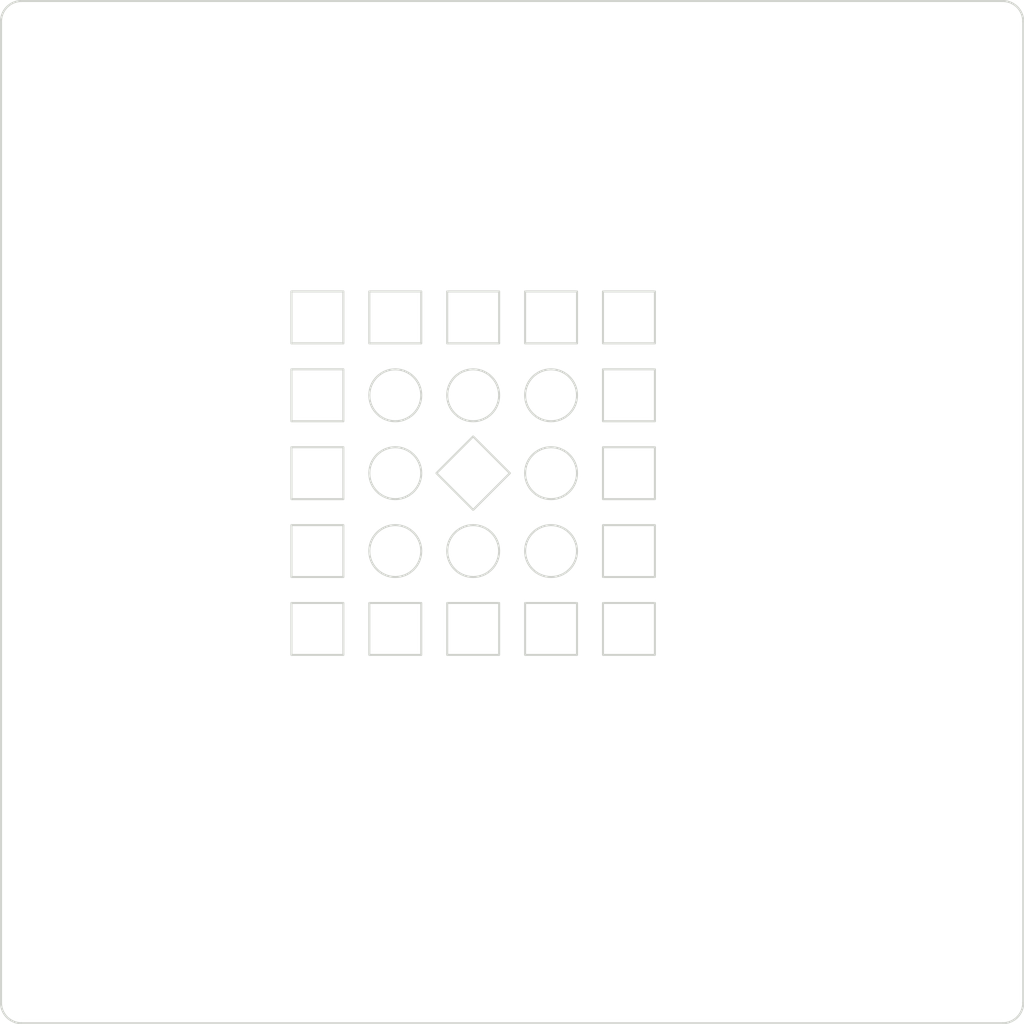
<source format=kicad_pcb>
(kicad_pcb (version 20221018) (generator pcbnew)

  (general
    (thickness 1.6)
  )

  (paper "A4")
  (layers
    (0 "F.Cu" signal)
    (31 "B.Cu" signal)
    (32 "B.Adhes" user "B.Adhesive")
    (33 "F.Adhes" user "F.Adhesive")
    (34 "B.Paste" user)
    (35 "F.Paste" user)
    (36 "B.SilkS" user "B.Silkscreen")
    (37 "F.SilkS" user "F.Silkscreen")
    (38 "B.Mask" user)
    (39 "F.Mask" user)
    (40 "Dwgs.User" user "User.Drawings")
    (41 "Cmts.User" user "User.Comments")
    (42 "Eco1.User" user "User.Eco1")
    (43 "Eco2.User" user "User.Eco2")
    (44 "Edge.Cuts" user)
    (45 "Margin" user)
    (46 "B.CrtYd" user "B.Courtyard")
    (47 "F.CrtYd" user "F.Courtyard")
    (48 "B.Fab" user)
    (49 "F.Fab" user)
    (50 "User.1" user)
    (51 "User.2" user)
    (52 "User.3" user)
    (53 "User.4" user)
    (54 "User.5" user)
    (55 "User.6" user)
    (56 "User.7" user)
    (57 "User.8" user)
    (58 "User.9" user)
  )

  (setup
    (pad_to_mask_clearance 0)
    (pcbplotparams
      (layerselection 0x00010fc_ffffffff)
      (plot_on_all_layers_selection 0x0000000_00000000)
      (disableapertmacros false)
      (usegerberextensions false)
      (usegerberattributes true)
      (usegerberadvancedattributes true)
      (creategerberjobfile true)
      (dashed_line_dash_ratio 12.000000)
      (dashed_line_gap_ratio 3.000000)
      (svgprecision 4)
      (plotframeref false)
      (viasonmask false)
      (mode 1)
      (useauxorigin false)
      (hpglpennumber 1)
      (hpglpenspeed 20)
      (hpglpendiameter 15.000000)
      (dxfpolygonmode true)
      (dxfimperialunits true)
      (dxfusepcbnewfont true)
      (psnegative false)
      (psa4output false)
      (plotreference true)
      (plotvalue true)
      (plotinvisibletext false)
      (sketchpadsonfab false)
      (subtractmaskfromsilk false)
      (outputformat 1)
      (mirror false)
      (drillshape 1)
      (scaleselection 1)
      (outputdirectory "")
    )
  )

  (net 0 "")

  (gr_rect (start 137.70500000001167 94.20500000001165) (end 140.2450000000089 96.74500000000891)    (stroke (width 0.1) (type default)) (fill none) (layer "Edge.Cuts") (tstamp 87dbf45e-8178-4dd4-b1c0-bc349d2bfdf6))
  (gr_rect (start 137.70500000001167 98.01500000000753) (end 140.2450000000089 100.5550000000048)    (stroke (width 0.1) (type default)) (fill none) (layer "Edge.Cuts") (tstamp 87dbf45e-8178-4dd4-b1c0-bc349d2bfdf6))
  (gr_rect (start 137.70500000001167 101.82500000000343) (end 140.2450000000089 104.36500000000069)    (stroke (width 0.1) (type default)) (fill none) (layer "Edge.Cuts") (tstamp 87dbf45e-8178-4dd4-b1c0-bc349d2bfdf6))
  (gr_rect (start 137.70500000001167 105.63499999999931) (end 140.2450000000089 108.17499999999657)    (stroke (width 0.1) (type default)) (fill none) (layer "Edge.Cuts") (tstamp 87dbf45e-8178-4dd4-b1c0-bc349d2bfdf6))
  (gr_rect (start 137.70500000001167 109.44499999999519) (end 140.2450000000089 111.98499999999245)    (stroke (width 0.1) (type default)) (fill none) (layer "Edge.Cuts") (tstamp 87dbf45e-8178-4dd4-b1c0-bc349d2bfdf6))
  (gr_rect (start 141.51500000000755 94.20500000001165) (end 144.05500000000478 96.74500000000891)    (stroke (width 0.1) (type default)) (fill none) (layer "Edge.Cuts") (tstamp 87dbf45e-8178-4dd4-b1c0-bc349d2bfdf6))
  (gr_circle (center 142.78500000000616 99.28500000000616) (end 141.51500000000755 99.28500000000616)    (stroke (width 0.1) (type default)) (fill none) (layer "Edge.Cuts") (tstamp 87dbf45e-8178-4dd4-b1c0-bc349d2bfdf6))
  (gr_circle (center 142.78500000000616 103.09500000000206) (end 141.51500000000755 103.09500000000206)    (stroke (width 0.1) (type default)) (fill none) (layer "Edge.Cuts") (tstamp 87dbf45e-8178-4dd4-b1c0-bc349d2bfdf6))
  (gr_circle (center 142.78500000000616 106.90499999999794) (end 141.51500000000755 106.90499999999794)    (stroke (width 0.1) (type default)) (fill none) (layer "Edge.Cuts") (tstamp 87dbf45e-8178-4dd4-b1c0-bc349d2bfdf6))
  (gr_rect (start 141.51500000000755 109.44499999999519) (end 144.05500000000478 111.98499999999245)    (stroke (width 0.1) (type default)) (fill none) (layer "Edge.Cuts") (tstamp 87dbf45e-8178-4dd4-b1c0-bc349d2bfdf6))
  (gr_rect (start 145.32500000000343 94.20500000001165) (end 147.86500000000066 96.74500000000891)    (stroke (width 0.1) (type default)) (fill none) (layer "Edge.Cuts") (tstamp 87dbf45e-8178-4dd4-b1c0-bc349d2bfdf6))
  (gr_circle (center 146.59500000000205 99.28500000000616) (end 145.32500000000343 99.28500000000616)    (stroke (width 0.1) (type default)) (fill none) (layer "Edge.Cuts") (tstamp 87dbf45e-8178-4dd4-b1c0-bc349d2bfdf6))
  (gr_poly
    (pts
      (xy 144.79894877579017 103.09500000000206)
      (xy 146.59500000000205 101.29894877579017)
      (xy 148.39105122421392 103.09500000000206)
      (xy 146.59500000000205 104.89105122421395)
    )    (stroke (width 0.1) (type default)) (fill none) (layer "Edge.Cuts") (tstamp 87dbf45e-8178-4dd4-b1c0-bc349d2bfdf6))
  (gr_circle (center 146.59500000000205 106.90499999999794) (end 145.32500000000343 106.90499999999794)    (stroke (width 0.1) (type default)) (fill none) (layer "Edge.Cuts") (tstamp 87dbf45e-8178-4dd4-b1c0-bc349d2bfdf6))
  (gr_rect (start 145.32500000000343 109.44499999999519) (end 147.86500000000066 111.98499999999245)    (stroke (width 0.1) (type default)) (fill none) (layer "Edge.Cuts") (tstamp 87dbf45e-8178-4dd4-b1c0-bc349d2bfdf6))
  (gr_rect (start 149.1349999999993 94.20500000001165) (end 151.67499999999654 96.74500000000891)    (stroke (width 0.1) (type default)) (fill none) (layer "Edge.Cuts") (tstamp 87dbf45e-8178-4dd4-b1c0-bc349d2bfdf6))
  (gr_circle (center 150.40499999999793 99.28500000000616) (end 149.1349999999993 99.28500000000616)    (stroke (width 0.1) (type default)) (fill none) (layer "Edge.Cuts") (tstamp 87dbf45e-8178-4dd4-b1c0-bc349d2bfdf6))
  (gr_circle (center 150.40499999999793 103.09500000000206) (end 149.1349999999993 103.09500000000206)    (stroke (width 0.1) (type default)) (fill none) (layer "Edge.Cuts") (tstamp 87dbf45e-8178-4dd4-b1c0-bc349d2bfdf6))
  (gr_circle (center 150.40499999999793 106.90499999999794) (end 149.1349999999993 106.90499999999794)    (stroke (width 0.1) (type default)) (fill none) (layer "Edge.Cuts") (tstamp 87dbf45e-8178-4dd4-b1c0-bc349d2bfdf6))
  (gr_rect (start 149.1349999999993 109.44499999999519) (end 151.67499999999654 111.98499999999245)    (stroke (width 0.1) (type default)) (fill none) (layer "Edge.Cuts") (tstamp 87dbf45e-8178-4dd4-b1c0-bc349d2bfdf6))
  (gr_rect (start 152.94499999999522 94.20500000001165) (end 155.48499999999245 96.74500000000891)    (stroke (width 0.1) (type default)) (fill none) (layer "Edge.Cuts") (tstamp 87dbf45e-8178-4dd4-b1c0-bc349d2bfdf6))
  (gr_rect (start 152.94499999999522 98.01500000000753) (end 155.48499999999245 100.5550000000048)    (stroke (width 0.1) (type default)) (fill none) (layer "Edge.Cuts") (tstamp 87dbf45e-8178-4dd4-b1c0-bc349d2bfdf6))
  (gr_rect (start 152.94499999999522 101.82500000000343) (end 155.48499999999245 104.36500000000069)    (stroke (width 0.1) (type default)) (fill none) (layer "Edge.Cuts") (tstamp 87dbf45e-8178-4dd4-b1c0-bc349d2bfdf6))
  (gr_rect (start 152.94499999999522 105.63499999999931) (end 155.48499999999245 108.17499999999657)    (stroke (width 0.1) (type default)) (fill none) (layer "Edge.Cuts") (tstamp 87dbf45e-8178-4dd4-b1c0-bc349d2bfdf6))
  (gr_rect (start 152.94499999999522 109.44499999999519) (end 155.48499999999245 111.98499999999245)    (stroke (width 0.1) (type default)) (fill none) (layer "Edge.Cuts") (tstamp 87dbf45e-8178-4dd4-b1c0-bc349d2bfdf6))
  (gr_text "N:5x5 D:100mil B:150mil SQ:center,corner RotC" (at 124.5 82.55) (layer "Dwgs.User") (tstamp 066eb32b-b25c-42fa-8c64-343b5f798f3f)
    (effects (font (size 1 1) (thickness 0.15)) (justify left bottom))
  )
  (gr_line (start 123.5 129) (end 123.5 81)
    (stroke (width 0.1) (type default)) (layer "Edge.Cuts") (tstamp e51b62be-65a9-4868-a96a-57c0ec3866b5))
  (gr_arc (start 123.5 81) (mid 123.79289321881345 80.29289321881345) (end 124.5 80)
    (stroke (width 0.1) (type default)) (layer "Edge.Cuts") (tstamp ada88ee5-9faa-42f2-a552-0da5d77fb6d8))
  (gr_line (start 124.5 80) (end 172.5 80)
    (stroke (width 0.1) (type default)) (layer "Edge.Cuts") (tstamp 67b54bb4-7c0d-4a79-9e0a-a616ba84209c))
  (gr_arc (start 172.5 80) (mid 173.20710678118655 80.29289321881345) (end 173.5 81)
    (stroke (width 0.1) (type default)) (layer "Edge.Cuts") (tstamp a8a5a360-38cf-44c1-a7a5-9d56e85ecd45))
  (gr_line (start 173.5 81) (end 173.5 129)
    (stroke (width 0.1) (type default)) (layer "Edge.Cuts") (tstamp 0f832683-45f3-415b-a5f9-3e70ba12d2e2))
  (gr_arc (start 173.5 129) (mid 173.20710678118655 129.70710678118655) (end 172.5 130)
    (stroke (width 0.1) (type default)) (layer "Edge.Cuts") (tstamp c65d5b61-8e72-4ea5-bad0-37638a9f3efb))
  (gr_line (start 172.5 130) (end 124.5 130)
    (stroke (width 0.1) (type default)) (layer "Edge.Cuts") (tstamp c5c3b5e5-6c1b-4caf-bbb9-c4123631d014))
  (gr_arc (start 124.5 130) (mid 123.79289321881345 129.70710678118655) (end 123.5 129)
    (stroke (width 0.1) (type default)) (layer "Edge.Cuts") (tstamp bdfc5fa4-d401-44de-9c4c-889a64aca97c))

)

</source>
